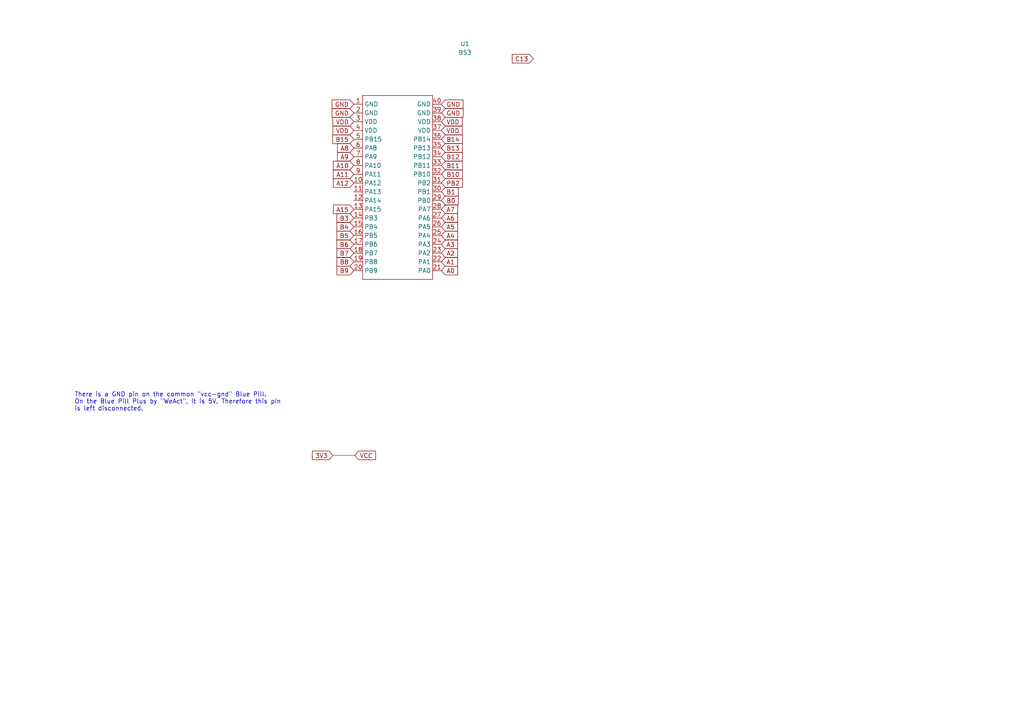
<source format=kicad_sch>
(kicad_sch (version 20211123) (generator eeschema)
  (paper "A4")
  (lib_symbols
    (symbol "AvS_Boards:BS3"
      (property "Reference" "U" (at -1.27 3.81 90))
      (property "Value" "BS3" (at 1.27 5.08 90))
      (symbol "BS3_0_1"
        (rectangle (start -10.16 27.94) (end 10.16 -25.4))
      )
      (symbol "BS3_1_1"
        (pin input line (at -12.7 25.4 0) (length 2.54) (name "GND") (number "1"))
        (pin input line (at -12.7 2.54 0) (length 2.54) (name "PA12") (number "10"))
        (pin input line (at -12.7 0 0) (length 2.54) (name "PA13") (number "11"))
        (pin input line (at -12.7 -2.54 0) (length 2.54) (name "PA14") (number "12"))
        (pin input line (at -12.7 -5.08 0) (length 2.54) (name "PA15") (number "13"))
        (pin input line (at -12.7 -7.62 0) (length 2.54) (name "PB3") (number "14"))
        (pin input line (at -12.7 -10.16 0) (length 2.54) (name "PB4") (number "15"))
        (pin input line (at -12.7 -12.7 0) (length 2.54) (name "PB5") (number "16"))
        (pin input line (at -12.7 -15.24 0) (length 2.54) (name "PB6") (number "17"))
        (pin input line (at -12.7 -17.78 0) (length 2.54) (name "PB7") (number "18"))
        (pin input line (at -12.7 -20.32 0) (length 2.54) (name "PB8") (number "19"))
        (pin input line (at -12.7 22.86 0) (length 2.54) (name "GND") (number "2"))
        (pin input line (at -12.7 -22.86 0) (length 2.54) (name "PB9") (number "20"))
        (pin input line (at 12.7 -22.86 180) (length 2.54) (name "PA0") (number "21"))
        (pin input line (at 12.7 -20.32 180) (length 2.54) (name "PA1") (number "22"))
        (pin input line (at 12.7 -17.78 180) (length 2.54) (name "PA2") (number "23"))
        (pin input line (at 12.7 -15.24 180) (length 2.54) (name "PA3") (number "24"))
        (pin input line (at 12.7 -12.7 180) (length 2.54) (name "PA4") (number "25"))
        (pin input line (at 12.7 -10.16 180) (length 2.54) (name "PA5") (number "26"))
        (pin input line (at 12.7 -7.62 180) (length 2.54) (name "PA6") (number "27"))
        (pin input line (at 12.7 -5.08 180) (length 2.54) (name "PA7") (number "28"))
        (pin input line (at 12.7 -2.54 180) (length 2.54) (name "PB0") (number "29"))
        (pin input line (at -12.7 20.32 0) (length 2.54) (name "VDD") (number "3"))
        (pin input line (at 12.7 0 180) (length 2.54) (name "PB1") (number "30"))
        (pin input line (at 12.7 2.54 180) (length 2.54) (name "PB2") (number "31"))
        (pin input line (at 12.7 5.08 180) (length 2.54) (name "PB10") (number "32"))
        (pin input line (at 12.7 7.62 180) (length 2.54) (name "PB11") (number "33"))
        (pin input line (at 12.7 10.16 180) (length 2.54) (name "PB12") (number "34"))
        (pin input line (at 12.7 12.7 180) (length 2.54) (name "PB13") (number "35"))
        (pin input line (at 12.7 15.24 180) (length 2.54) (name "PB14") (number "36"))
        (pin input line (at 12.7 17.78 180) (length 2.54) (name "VDD") (number "37"))
        (pin input line (at 12.7 20.32 180) (length 2.54) (name "VDD") (number "38"))
        (pin input line (at 12.7 22.86 180) (length 2.54) (name "GND") (number "39"))
        (pin input line (at -12.7 17.78 0) (length 2.54) (name "VDD") (number "4"))
        (pin input line (at 12.7 25.4 180) (length 2.54) (name "GND") (number "40"))
        (pin input line (at -12.7 15.24 0) (length 2.54) (name "PB15") (number "5"))
        (pin input line (at -12.7 12.7 0) (length 2.54) (name "PA8") (number "6"))
        (pin input line (at -12.7 10.16 0) (length 2.54) (name "PA9") (number "7"))
        (pin input line (at -12.7 7.62 0) (length 2.54) (name "PA10") (number "8"))
        (pin input line (at -12.7 5.08 0) (length 2.54) (name "PA11") (number "9"))
      )
    )
  )
  (wire (pts (xy 102.87 132.08) (xy 96.52 132.08)))
  (text "There is a GND pin on the common \"vcc-gnd\" Blue Pill.\nOn the Blue Pill Plus by \"WeAct\", it is 5V. Therefore this pin\nis left disconnected." (at 21.59 119.38 0) (effects (font (size 1.27 1.27)) (justify left bottom)))
  (global_label "B12" (shape input) (at 128.016 45.466 0) (property "Intersheet-verwijzingen" "${INTERSHEET_REFS}" (effects hide)))
  (global_label "A5" (shape input) (at 128.016 65.786 0) (property "Intersheet-verwijzingen" "${INTERSHEET_REFS}" (effects hide)))
  (global_label "A4" (shape input) (at 128.016 68.326 0) (property "Intersheet-verwijzingen" "${INTERSHEET_REFS}" (effects hide)))
  (global_label "B6" (shape input) (at 102.616 70.866 180) (property "Intersheet-verwijzingen" "${INTERSHEET_REFS}" (effects hide)))
  (global_label "B14" (shape input) (at 128.016 40.386 0) (property "Intersheet-verwijzingen" "${INTERSHEET_REFS}" (effects hide)))
  (global_label "B5" (shape input) (at 102.616 68.326 180) (property "Intersheet-verwijzingen" "${INTERSHEET_REFS}" (effects hide)))
  (global_label "A8" (shape input) (at 102.616 42.926 180) (property "Intersheet-verwijzingen" "${INTERSHEET_REFS}" (effects hide)))
  (global_label "B0" (shape input) (at 128.016 58.166 0) (property "Intersheet-verwijzingen" "${INTERSHEET_REFS}" (effects hide)))
  (global_label "A0" (shape input) (at 128.016 78.486 0) (property "Intersheet-verwijzingen" "${INTERSHEET_REFS}" (effects hide)))
  (global_label "A2" (shape input) (at 128.016 73.406 0) (property "Intersheet-verwijzingen" "${INTERSHEET_REFS}" (effects hide)))
  (global_label "GND" (shape input) (at 102.616 32.766 180) (property "Intersheet-verwijzingen" "${INTERSHEET_REFS}" (effects hide)))
  (global_label "B10" (shape input) (at 128.016 50.546 0) (property "Intersheet-verwijzingen" "${INTERSHEET_REFS}" (effects hide)))
  (global_label "B11" (shape input) (at 128.016 48.006 0) (property "Intersheet-verwijzingen" "${INTERSHEET_REFS}" (effects hide)))
  (global_label "B8" (shape input) (at 102.616 75.946 180) (property "Intersheet-verwijzingen" "${INTERSHEET_REFS}" (effects hide)))
  (global_label "A15" (shape input) (at 102.616 60.706 180) (property "Intersheet-verwijzingen" "${INTERSHEET_REFS}" (effects hide)))
  (global_label "A12" (shape input) (at 102.616 53.086 180) (property "Intersheet-verwijzingen" "${INTERSHEET_REFS}" (effects hide)))
  (global_label "B9" (shape input) (at 102.616 78.486 180) (property "Intersheet-verwijzingen" "${INTERSHEET_REFS}" (effects hide)))
  (global_label "A10" (shape input) (at 102.616 48.006 180) (property "Intersheet-verwijzingen" "${INTERSHEET_REFS}" (effects hide)))
  (global_label "B7" (shape input) (at 102.616 73.406 180) (property "Intersheet-verwijzingen" "${INTERSHEET_REFS}" (effects hide)))
  (global_label "A1" (shape input) (at 128.016 75.946 0) (property "Intersheet-verwijzingen" "${INTERSHEET_REFS}" (effects hide)))
  (global_label "VCC" (shape input) (at 102.87 132.08 0) (property "Intersheet-verwijzingen" "${INTERSHEET_REFS}" (effects hide)))
  (global_label "B1" (shape input) (at 128.016 55.626 0) (property "Intersheet-verwijzingen" "${INTERSHEET_REFS}" (effects hide)))
  (global_label "VDD" (shape input) (at 102.616 35.306 180) (property "Intersheet-verwijzingen" "${INTERSHEET_REFS}" (effects hide)))
  (global_label "B13" (shape input) (at 128.016 42.926 0) (property "Intersheet-verwijzingen" "${INTERSHEET_REFS}" (effects hide)))
  (global_label "B3" (shape input) (at 102.616 63.246 180) (property "Intersheet-verwijzingen" "${INTERSHEET_REFS}" (effects hide)))
  (global_label "GND" (shape input) (at 102.616 30.226 180) (property "Intersheet-verwijzingen" "${INTERSHEET_REFS}" (effects hide)))
  (global_label "B4" (shape input) (at 102.616 65.786 180) (property "Intersheet-verwijzingen" "${INTERSHEET_REFS}" (effects hide)))
  (global_label "VDD" (shape input) (at 128.016 37.846 0) (property "Intersheet-verwijzingen" "${INTERSHEET_REFS}" (effects hide)))
  (global_label "VDD" (shape input) (at 128.016 35.306 0) (property "Intersheet-verwijzingen" "${INTERSHEET_REFS}" (effects hide)))
  (global_label "PB2" (shape input) (at 128.016 53.086 0) (property "Intersheet-verwijzingen" "${INTERSHEET_REFS}" (effects hide)))
  (global_label "A9" (shape input) (at 102.616 45.466 180) (property "Intersheet-verwijzingen" "${INTERSHEET_REFS}" (effects hide)))
  (global_label "A6" (shape input) (at 128.016 63.246 0) (property "Intersheet-verwijzingen" "${INTERSHEET_REFS}" (effects hide)))
  (global_label "A7" (shape input) (at 128.016 60.706 0) (property "Intersheet-verwijzingen" "${INTERSHEET_REFS}" (effects hide)))
  (global_label "C13" (shape input) (at 154.686 17.018 180) (property "Intersheet-verwijzingen" "${INTERSHEET_REFS}" (effects hide)))
  (global_label "GND" (shape input) (at 128.016 32.766 0) (property "Intersheet-verwijzingen" "${INTERSHEET_REFS}" (effects hide)))
  (global_label "VDD" (shape input) (at 102.616 37.846 180) (property "Intersheet-verwijzingen" "${INTERSHEET_REFS}" (effects hide)))
  (global_label "A11" (shape input) (at 102.616 50.546 180) (property "Intersheet-verwijzingen" "${INTERSHEET_REFS}" (effects hide)))
  (global_label "GND" (shape input) (at 128.016 30.226 0) (property "Intersheet-verwijzingen" "${INTERSHEET_REFS}" (effects hide)))
  (global_label "B15" (shape input) (at 102.616 40.386 180) (property "Intersheet-verwijzingen" "${INTERSHEET_REFS}" (effects hide)))
  (global_label "3V3" (shape input) (at 96.52 132.08 180) (property "Intersheet-verwijzingen" "${INTERSHEET_REFS}" (effects hide)))
  (global_label "A3" (shape input) (at 128.016 70.866 0) (property "Intersheet-verwijzingen" "${INTERSHEET_REFS}" (effects hide)))
  (symbol (lib_id "AvS_Boards:BS3") (at 115.316 55.626 0) (unit 1)
    (property "Reference" "U1" (at 134.866 12.7 0))
    (property "Value" "BS3" (at 134.866 15.24 0))
    (property "Footprint" "AvS_CoreBoards:BS3" (effects hide))
  )
)
</source>
